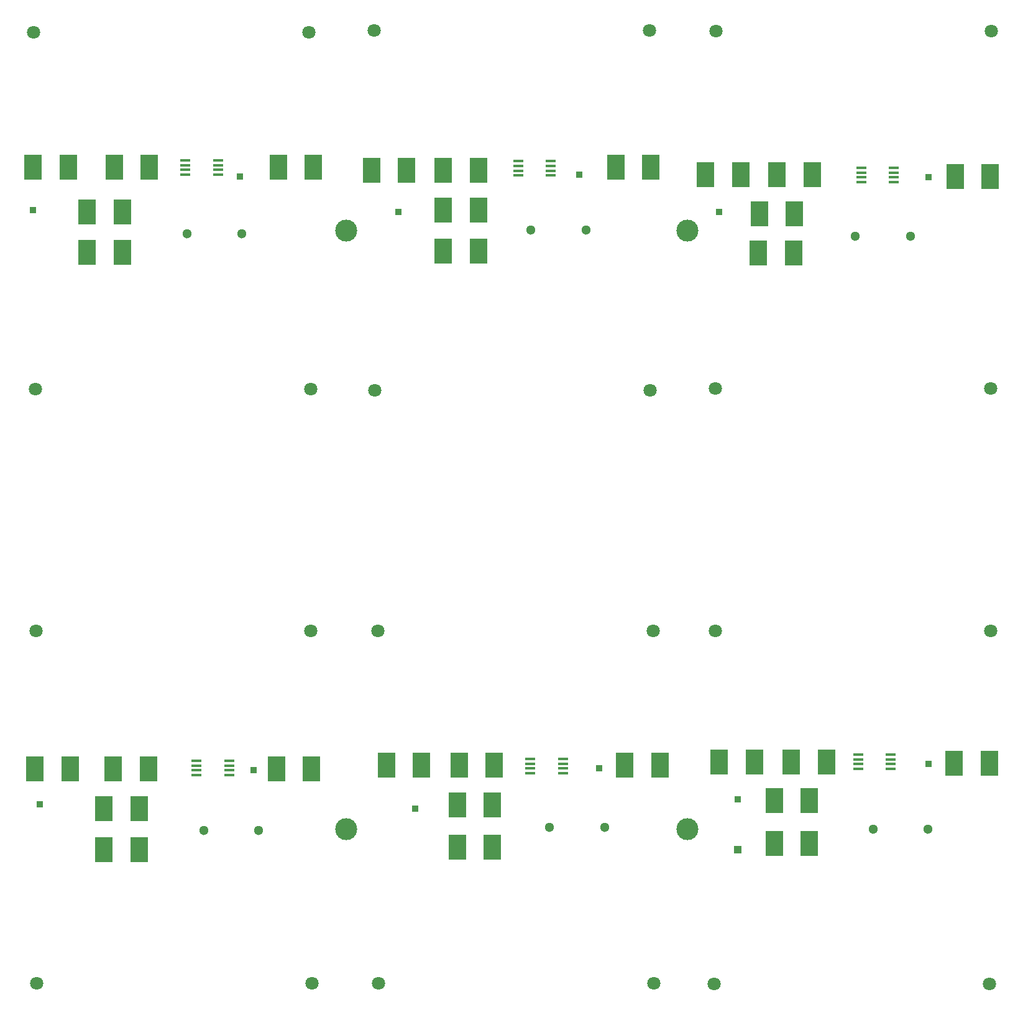
<source format=gbr>
%TF.GenerationSoftware,KiCad,Pcbnew,(5.1.10)-1*%
%TF.CreationDate,2021-08-16T11:24:17+03:00*%
%TF.ProjectId,LPF-AD823AN-valmis,4c50462d-4144-4383-9233-414e2d76616c,rev?*%
%TF.SameCoordinates,Original*%
%TF.FileFunction,Soldermask,Top*%
%TF.FilePolarity,Negative*%
%FSLAX46Y46*%
G04 Gerber Fmt 4.6, Leading zero omitted, Abs format (unit mm)*
G04 Created by KiCad (PCBNEW (5.1.10)-1) date 2021-08-16 11:24:17*
%MOMM*%
%LPD*%
G01*
G04 APERTURE LIST*
%ADD10R,1.000000X1.000000*%
%ADD11C,3.000000*%
%ADD12R,2.400000X3.400000*%
%ADD13R,1.450000X0.450000*%
%ADD14C,1.300000*%
%ADD15R,0.850000X0.850000*%
%ADD16C,1.800000*%
G04 APERTURE END LIST*
D10*
%TO.C,REF\u002A\u002A*%
X118872000Y-139954000D03*
%TD*%
D11*
%TO.C,REF\u002A\u002A*%
X65532000Y-55626000D03*
%TD*%
%TO.C,REF\u002A\u002A*%
X112014000Y-137160000D03*
%TD*%
%TO.C,REF\u002A\u002A*%
X65532000Y-137160000D03*
%TD*%
%TO.C,REF\u002A\u002A*%
X112014000Y-55626000D03*
%TD*%
D12*
%TO.C,R48*%
X128638000Y-139065000D03*
X123838000Y-139065000D03*
%TD*%
%TO.C,R46*%
X126466000Y-58674000D03*
X121666000Y-58674000D03*
%TD*%
%TO.C,R44*%
X85445000Y-139573000D03*
X80645000Y-139573000D03*
%TD*%
%TO.C,R42*%
X130937000Y-128016000D03*
X126137000Y-128016000D03*
%TD*%
%TO.C,R41*%
X129019000Y-48006000D03*
X124219000Y-48006000D03*
%TD*%
%TO.C,R40*%
X85712000Y-128397000D03*
X80912000Y-128397000D03*
%TD*%
%TO.C,R39*%
X121145000Y-128016000D03*
X116345000Y-128016000D03*
%TD*%
%TO.C,R38*%
X119253000Y-48006000D03*
X114453000Y-48006000D03*
%TD*%
%TO.C,R37*%
X75806000Y-128397000D03*
X71006000Y-128397000D03*
%TD*%
%TO.C,R30*%
X83553000Y-58420000D03*
X78753000Y-58420000D03*
%TD*%
%TO.C,R28*%
X35026000Y-58547000D03*
X30226000Y-58547000D03*
%TD*%
%TO.C,R26*%
X37338000Y-139954000D03*
X32538000Y-139954000D03*
%TD*%
%TO.C,R24*%
X83540000Y-47371000D03*
X78740000Y-47371000D03*
%TD*%
%TO.C,R23*%
X38582000Y-128905000D03*
X33782000Y-128905000D03*
%TD*%
%TO.C,R22*%
X27686000Y-46990000D03*
X22886000Y-46990000D03*
%TD*%
%TO.C,R21*%
X73774000Y-47371000D03*
X68974000Y-47371000D03*
%TD*%
%TO.C,R20*%
X27927000Y-128905000D03*
X23127000Y-128905000D03*
%TD*%
%TO.C,R18*%
X148349000Y-128143000D03*
X153149000Y-128143000D03*
%TD*%
%TO.C,R17*%
X148463000Y-48260000D03*
X153263000Y-48260000D03*
%TD*%
%TO.C,R16*%
X103441500Y-128397000D03*
X108241500Y-128397000D03*
%TD*%
%TO.C,R15*%
X123838000Y-133223000D03*
X128638000Y-133223000D03*
%TD*%
%TO.C,R14*%
X121806000Y-53340000D03*
X126606000Y-53340000D03*
%TD*%
%TO.C,R13*%
X80645000Y-133858000D03*
X85445000Y-133858000D03*
%TD*%
%TO.C,R9*%
X102235000Y-46990000D03*
X107035000Y-46990000D03*
%TD*%
%TO.C,R8*%
X56020000Y-128905000D03*
X60820000Y-128905000D03*
%TD*%
%TO.C,R7*%
X56261000Y-46990000D03*
X61061000Y-46990000D03*
%TD*%
%TO.C,R6*%
X78753000Y-52832000D03*
X83553000Y-52832000D03*
%TD*%
%TO.C,R5*%
X32538000Y-134366000D03*
X37338000Y-134366000D03*
%TD*%
%TO.C,R4*%
X30239000Y-53086000D03*
X35039000Y-53086000D03*
%TD*%
%TO.C,R1*%
X33909000Y-46990000D03*
X38709000Y-46990000D03*
%TD*%
D13*
%TO.C,IC6*%
X139700000Y-126970000D03*
X139700000Y-127620000D03*
X139700000Y-128270000D03*
X139700000Y-128920000D03*
X135250000Y-128920000D03*
X135250000Y-128270000D03*
X135250000Y-127620000D03*
X135250000Y-126970000D03*
%TD*%
%TO.C,IC5*%
X140147000Y-47031000D03*
X140147000Y-47681000D03*
X140147000Y-48331000D03*
X140147000Y-48981000D03*
X135697000Y-48981000D03*
X135697000Y-48331000D03*
X135697000Y-47681000D03*
X135697000Y-47031000D03*
%TD*%
%TO.C,IC4*%
X95062000Y-127549000D03*
X95062000Y-128199000D03*
X95062000Y-128849000D03*
X95062000Y-129499000D03*
X90612000Y-129499000D03*
X90612000Y-128849000D03*
X90612000Y-128199000D03*
X90612000Y-127549000D03*
%TD*%
%TO.C,IC3*%
X93411000Y-46142000D03*
X93411000Y-46792000D03*
X93411000Y-47442000D03*
X93411000Y-48092000D03*
X88961000Y-48092000D03*
X88961000Y-47442000D03*
X88961000Y-46792000D03*
X88961000Y-46142000D03*
%TD*%
%TO.C,IC2*%
X49596000Y-127803000D03*
X49596000Y-128453000D03*
X49596000Y-129103000D03*
X49596000Y-129753000D03*
X45146000Y-129753000D03*
X45146000Y-129103000D03*
X45146000Y-128453000D03*
X45146000Y-127803000D03*
%TD*%
%TO.C,IC1*%
X48072000Y-46015000D03*
X48072000Y-46665000D03*
X48072000Y-47315000D03*
X48072000Y-47965000D03*
X43622000Y-47965000D03*
X43622000Y-47315000D03*
X43622000Y-46665000D03*
X43622000Y-46015000D03*
%TD*%
D14*
%TO.C,C12*%
X144787000Y-137160000D03*
X137287000Y-137160000D03*
%TD*%
%TO.C,C11*%
X142374000Y-56388000D03*
X134874000Y-56388000D03*
%TD*%
%TO.C,C10*%
X100718000Y-136906000D03*
X93218000Y-136906000D03*
%TD*%
%TO.C,C3*%
X98178000Y-55499000D03*
X90678000Y-55499000D03*
%TD*%
%TO.C,C2*%
X53601000Y-137287000D03*
X46101000Y-137287000D03*
%TD*%
%TO.C,C1*%
X51315000Y-56007000D03*
X43815000Y-56007000D03*
%TD*%
D15*
%TO.C,J12*%
X144843500Y-128270000D03*
%TD*%
%TO.C,J11*%
X144843500Y-48323500D03*
%TD*%
%TO.C,J10*%
X99949000Y-128841500D03*
%TD*%
%TO.C,J9*%
X118872000Y-133096000D03*
%TD*%
%TO.C,J8*%
X116332000Y-53086000D03*
%TD*%
%TO.C,J7*%
X74930000Y-134366000D03*
%TD*%
%TO.C,J6*%
X97282000Y-48006000D03*
%TD*%
%TO.C,J5*%
X52895500Y-129095500D03*
%TD*%
%TO.C,J4*%
X51054000Y-48260000D03*
%TD*%
%TO.C,J3*%
X72644000Y-53086000D03*
%TD*%
%TO.C,J2*%
X23749000Y-133731000D03*
%TD*%
%TO.C,J1*%
X22860000Y-52832000D03*
%TD*%
D16*
%TO.C,C4*%
X22952000Y-28575000D03*
X60452000Y-28575000D03*
%TD*%
%TO.C,C5*%
X23241000Y-110109000D03*
X60741000Y-110109000D03*
%TD*%
%TO.C,C6*%
X106807000Y-28321000D03*
X69307000Y-28321000D03*
%TD*%
%TO.C,C7*%
X60706000Y-77216000D03*
X23206000Y-77216000D03*
%TD*%
%TO.C,C8*%
X60833000Y-158115000D03*
X23333000Y-158115000D03*
%TD*%
%TO.C,C9*%
X69434000Y-77343000D03*
X106934000Y-77343000D03*
%TD*%
%TO.C,C13*%
X69815000Y-110109000D03*
X107315000Y-110109000D03*
%TD*%
%TO.C,C14*%
X115916000Y-28448000D03*
X153416000Y-28448000D03*
%TD*%
%TO.C,C15*%
X153324000Y-110109000D03*
X115824000Y-110109000D03*
%TD*%
%TO.C,C16*%
X107442000Y-158115000D03*
X69942000Y-158115000D03*
%TD*%
%TO.C,C17*%
X115789000Y-77089000D03*
X153289000Y-77089000D03*
%TD*%
%TO.C,C18*%
X153162000Y-158242000D03*
X115662000Y-158242000D03*
%TD*%
M02*

</source>
